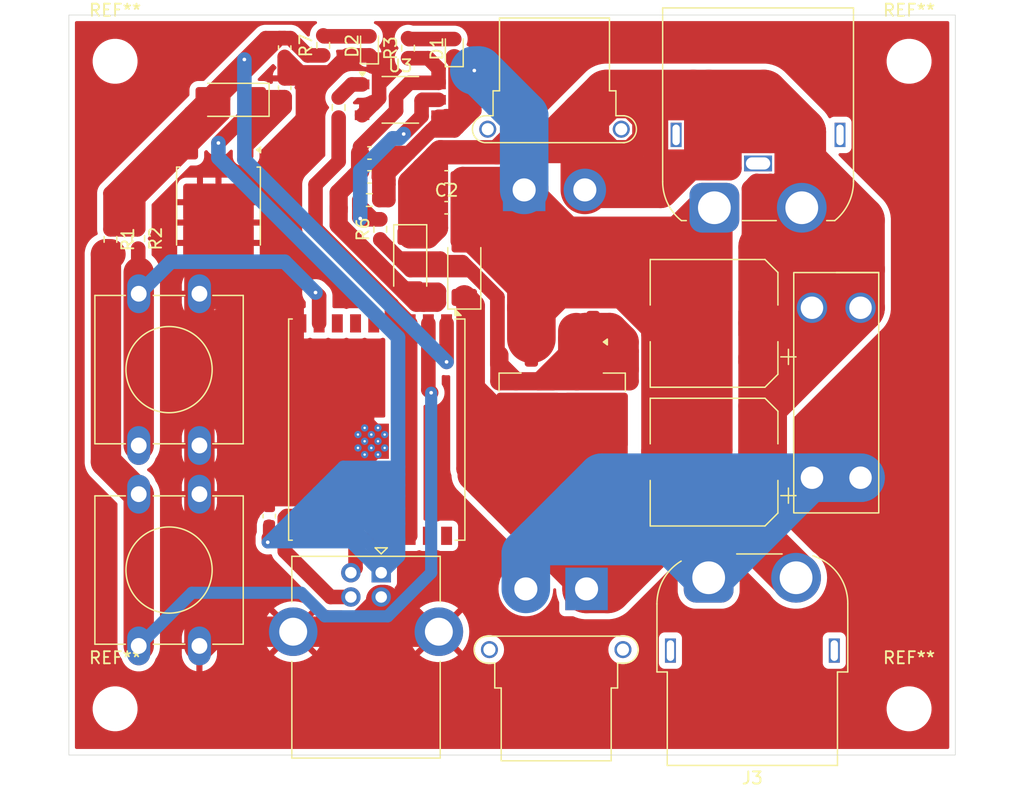
<source format=kicad_pcb>
(kicad_pcb (version 20240108) (generator "pcbnew") (generator_version "8.0")
  (layers (0 "F.Cu" signal) (31 "B.Cu" signal) (34 "B.Paste" user) (35 "F.Paste" user) (36 "B.SilkS" user "B.Silkscreen") (37 "F.SilkS" user "F.Silkscreen") (38 "B.Mask" user) (39 "F.Mask" user) (44 "Edge.Cuts" user))
  (net 0 "")
  (net 1 "GND1")
  (net 2 "+24V")
  (net 3 "+12V")
  (net 4 "GND")
  (net 5 "+5V")
  (net 6 "+3.3V")
  (net 7 "Net-(D1-A)")
  (net 8 "Net-(D2-A)")
  (net 9 "-1")
  (net 10 "USB-")
  (net 11 "USB+")
  (net 12 "+1")
  (net 13 "Net-(U1-EN)")
  (net 14 "Net-(U1-IO9)")
  (net 15 "Ps1")
  (net 16 "Net-(R4-Pad1)")
  (net 17 "Net-(R5-Pad1)")
  (net 26 "Net-(Q2-G)")
  (footprint "Capacitor_SMD:C_0603_1608Metric" (layer "F.Cu") (at 148.59 66.04)
    (property "Reference" "C1" (hide yes))
    (property "Value" "47u" (hide yes))
  )
  (footprint "Package_SO:MFSOP6-5_4.4x3.6mm_P1.27mm" (layer "F.Cu") (at 144.78 59.69)
    (property "Reference" "U3")
    (property "Value" "TLP152")
  )
  (footprint "Resistor_SMD:R_0603_1608Metric" (layer "F.Cu") (at 120.904 71.184 -90)
    (property "Reference" "R1")
    (property "Value" "10K")
  )
  (footprint "Connector_AMASS:AMASS_XT30PW-F_1x02_P2.50mm_Horizontal" (layer "F.Cu") (at 160.12 99.98 180)
    (property "Reference" "J4" (hide yes))
    (property "Value" "XT30" (hide yes))
  )
  (footprint "Capacitor_SMD:C_0603_1608Metric" (layer "F.Cu") (at 133.985 93.98 90)
    (property "Reference" "C4" (hide yes))
    (property "Value" "47u")
  )
  (footprint "Capacitor_SMD:C_0603_1608Metric" (layer "F.Cu") (at 135.255 58.7 90)
    (property "Reference" "C6" (hide yes))
    (property "Value" "0.1u")
  )
  (footprint "LED_SMD:LED_0603_1608Metric" (layer "F.Cu") (at 149.225 55.4725 90)
    (property "Reference" "D1")
    (property "Value" "LED")
  )
  (footprint "Capacitor_SMD:C_0603_1608Metric" (layer "F.Cu") (at 148.59 68.58)
    (property "Reference" "C2")
    (property "Value" "0.1u" (hide yes))
  )
  (footprint "Package_TO_SOT_SMD:TO-263-2" (layer "F.Cu") (at 158.115 87.025 -90)
    (property "Reference" "Q2" (hide yes))
    (property "Value" "Q_NMOS_GDS" (hide yes))
  )
  (footprint "Button_Switch_THT:SW_PUSH-12mm" (layer "F.Cu") (at 128.23 92.175 -90)
    (property "Reference" "SW3" (hide yes))
    (property "Value" "SW_Omron_B3FS" (hide yes))
  )
  (footprint "Connector_USB:USB_B_Lumberg_2411_02_Horizontal" (layer "F.Cu") (at 143.205 98.645 -90)
    (property "Reference" "J1" (hide yes))
    (property "Value" "USB_B" (hide yes))
  )
  (footprint "MountingHole:MountingHole_3.2mm_M3" (layer "F.Cu") (at 186.69 109.855)
    (property "Reference" "REF**")
    (property "Value" "MountingHole_3.2mm_M3")
  )
  (footprint "Capacitor_SMD:CP_Elec_10x10" (layer "F.Cu") (at 170.625 89.535 180)
    (property "Reference" "C8" (hide yes))
    (property "Value" "330u" (hide yes))
  )
  (footprint "Resistor_SMD:R_0603_1608Metric" (layer "F.Cu") (at 142.227 67.945)
    (property "Reference" "R5" (hide yes))
    (property "Value" "1K" (hide yes))
  )
  (footprint "Resistor_SMD:R_0603_1608Metric" (layer "F.Cu") (at 139.7 60.325 -90)
    (property "Reference" "R4" (hide yes))
    (property "Value" "100")
  )
  (footprint "Package_TO_SOT_SMD:TO-252-2" (layer "F.Cu") (at 129.8 68.54 -90)
    (property "Reference" "U4" (hide yes))
    (property "Value" "LP2950-3.3_TO252")
  )
  (footprint "LED_SMD:LED_0603_1608Metric" (layer "F.Cu") (at 142.24 55.245 90)
    (property "Reference" "D2")
    (property "Value" "LED")
  )
  (footprint "MountingHole:MountingHole_3.2mm_M3" (layer "F.Cu") (at 186.69 56.515)
    (property "Reference" "REF**")
    (property "Value" "MountingHole_3.2mm_M3")
  )
  (footprint "MountingHole:MountingHole_3.2mm_M3" (layer "F.Cu") (at 121.285 56.515)
    (property "Reference" "REF**")
    (property "Value" "MountingHole_3.2mm_M3")
  )
  (footprint "Capacitor_SMD:C_0603_1608Metric" (layer "F.Cu") (at 142.24 64.071)
    (property "Reference" "C3" (hide yes))
    (property "Value" "0.1u")
  )
  (footprint "RF_Module:ESP32-C3-WROOM-02U" (layer "F.Cu") (at 142.59 86.855 -90)
    (property "Reference" "U1" (hide yes))
    (property "Value" "ESP32-C3-WROOM-02U" (hide yes))
  )
  (footprint "Capacitor_SMD:C_0603_1608Metric" (layer "F.Cu") (at 135.255 55.385 -90)
    (property "Reference" "C7" (hide yes))
    (property "Value" "0.1u" (hide yes))
  )
  (footprint "Resistor_SMD:R_0603_1608Metric" (layer "F.Cu") (at 143.129 70.358 90)
    (property "Reference" "R6")
    (property "Value" "10")
  )
  (footprint "Library:XS-506A" (layer "F.Cu") (at 184.19 83.42 -90)
    (property "Reference" "U5" (hide yes))
    (property "Value" "~" (hide yes))
  )
  (footprint "Diode_SMD:D_SOD-128" (layer "F.Cu") (at 145.595 73.14 -90)
    (property "Reference" "D4" (hide yes))
    (property "Value" "D" (hide yes))
  )
  (footprint "Diode_SMD:D_SOD-128" (layer "F.Cu") (at 130.81 59.69 180)
    (property "Reference" "D5" (hide yes))
    (property "Value" "D" (hide yes))
  )
  (footprint "Capacitor_SMD:CP_Elec_10x10" (layer "F.Cu") (at 170.625 78.105 180)
    (property "Reference" "C9" (hide yes))
    (property "Value" "330u" (hide yes))
  )
  (footprint "MountingHole:MountingHole_3.2mm_M3" (layer "F.Cu") (at 121.285 109.855)
    (property "Reference" "REF**")
    (property "Value" "MountingHole_3.2mm_M3")
  )
  (footprint "Capacitor_SMD:C_0603_1608Metric" (layer "F.Cu") (at 142.24 66.04)
    (property "Reference" "C5" (hide yes))
    (property "Value" "0.1u")
  )
  (footprint "Resistor_SMD:R_0603_1608Metric" (layer "F.Cu") (at 123.19 71.12 -90)
    (property "Reference" "R2")
    (property "Value" "10K" (hide yes))
  )
  (footprint "Button_Switch_THT:SW_PUSH-12mm" (layer "F.Cu") (at 128.23 75.665 -90)
    (property "Reference" "SW1" (hide yes))
    (property "Value" "SW_Omron_B3FS" (hide yes))
  )
  (footprint "Connector_AMASS:AMASS_XT30PW-F_1x02_P2.50mm_Horizontal" (layer "F.Cu") (at 154.98 67.11)
    (property "Reference" "J5" (hide yes))
    (property "Value" "XT30" (hide yes))
  )
  (footprint "Resistor_SMD:R_0603_1608Metric" (layer "F.Cu") (at 138.43 55.2075 90)
    (property "Reference" "R7")
    (property "Value" "550")
  )
  (footprint "Connector_AMASS:AMASS_XT60PW-F_1x02_P7.20mm_Horizontal" (layer "F.Cu") (at 170.18 99.06 180)
    (property "Reference" "J3")
    (property "Value" "XT60" (hide yes))
  )
  (footprint "Resistor_SMD:R_0603_1608Metric" (layer "F.Cu") (at 145.415 55.435 90)
    (property "Reference" "R3")
    (property "Value" "1K")
  )
  (footprint "Connector_AMASS:AMASS_XT60IPW-M_1x03_P7.20mm_Horizontal" (layer "F.Cu") (at 170.65 68.58)
    (property "Reference" "J2" (hide yes))
    (property "Value" "XT60in" (hide yes))
  )
  (footprint "Diode_SMD:D_SOD-128" (layer "F.Cu") (at 150.05 73.765 90)
    (property "Reference" "D3" (hide yes))
    (property "Value" "D" (hide yes))
  )
  (gr_rect (start 117.475 52.705) (end 190.5 113.665) (stroke (width 0.05)) (fill none) (layer "Edge.Cuts"))
  (segment (start 150.876 60.579) (end 149.48 61.975) (width 1.2) (layer "F.Cu") (net 1))
  (segment (start 154.98 67.11) (end 153.305875 68.784125) (width 4) (layer "F.Cu") (net 1))
  (segment (start 143.015 66.04) (end 143.015 64.071) (width 1.2) (layer "F.Cu") (net 1))
  (segment (start 151.444125 68.784125) (end 154.98 72.32) (width 2) (layer "F.Cu") (net 1))
  (segment (start 143.795 66.675) (end 143.795 65.749416) (width 1.2) (layer "F.Cu") (net 1))
  (segment (start 155.575 79.375) (end 155.575 76.835) (width 4) (layer "F.Cu") (net 1))
  (segment (start 149.245 62.21) (end 147.334416 62.21) (width 1.2) (layer "F.Cu") (net 1))
  (segment (start 155.575 72.915) (end 155.575 76.76825) (width 4) (layer "F.Cu") (net 1))
  (segment (start 154.98 67.11) (end 154.98 72.32) (width 4) (layer "F.Cu") (net 1))
  (segment (start 143.795 67.945) (end 143.795 66.675) (width 1.2) (layer "F.Cu") (net 1))
  (segment (start 149.915 66.21) (end 154.08 66.21) (width 2) (layer "F.Cu") (net 1))
  (segment (start 150.368 56.769) (end 150.368 60.152) (width 1.2) (layer "F.Cu") (net 1))
  (segment (start 157.535 74.875) (end 163.395 74.875) (width 4) (layer "F.Cu") (net 1))
  (segment (start 148.509899 61.09) (end 147.93 61.09) (width 1.2) (layer "F.Cu") (net 1))
  (segment (start 149.48 61.04) (end 148.559899 61.04) (width 1.2) (layer "F.Cu") (net 1))
  (segment (start 170.18 89.01) (end 169.28241 89.01) (width 3) (layer "F.Cu") (net 1))
  (segment (start 155.575 76.76825) (end 155.575 76.194416) (width 2) (layer "F.Cu") (net 1))
  (segment (start 143.795 65.749416) (end 144.459708 65.084708) (width 1.2) (layer "F.Cu") (net 1))
  (segment (start 143.51 66.034416) (end 143.504416 66.04) (width 1.2) (layer "F.Cu") (net 1))
  (segment (start 166.625 78.105) (end 166.625 72.605) (width 4) (layer "F.Cu") (net 1))
  (segment (start 155.575 76.194416) (end 150.942292 71.561708) (width 2) (layer "F.Cu") (net 1))
  (segment (start 149.915 71.265) (end 149.915 66.21) (width 2) (layer "F.Cu") (net 1))
  (segment (start 154.98 67.11) (end 154.98 68.049697) (width 4) (layer "F.Cu") (net 1))
  (segment (start 145.473416 64.071) (end 146.999708 62.544708) (width 1.2) (layer "F.Cu") (net 1))
  (segment (start 169.00741 89.285) (end 166.625 89.285) (width 3) (layer "F.Cu") (net 1))
  (segment (start 150.368 56.769) (end 150.876 57.277) (width 1.2) (layer "F.Cu") (net 1))
  (segment (start 166.625 78.105) (end 166.625 88.785) (width 4) (layer "F.Cu") (net 1))
  (segment (start 149.48 56.515) (end 149.48 61.04) (width 1.5) (layer "F.Cu") (net 1))
  (segment (start 150.942292 71.561708) (end 150.645584 71.265) (width 2) (layer "F.Cu") (net 1))
  (segment (start 143.015 64.071) (end 143.51 64.071) (width 1.2) (layer "F.Cu") (net 1))
  (segment (start 143.052 67.945) (end 143.795 67.945) (width 1.2) (layer "F.Cu") (net 1))
  (segment (start 143.51 64.071) (end 145.473416 64.071) (width 1.2) (layer "F.Cu") (net 1))
  (segment (start 150.368 60.152) (end 149.48 61.04) (width 1.2) (layer "F.Cu") (net 1))
  (segment (start 147.93 61.614416) (end 147.93 61.09) (width 1.2) (layer "F.Cu") (net 1))
  (segment (start 163.395 74.875) (end 166.625 78.105) (width 4) (layer "F.Cu") (net 1))
  (segment (start 170.65 88.54) (end 170.18 89.01) (width 3) (layer "F.Cu") (net 1))
  (segment (start 149.225 56.26) (end 149.48 56.515) (width 1.5) (layer "F.Cu") (net 1))
  (segment (start 146.999708 62.544708) (end 147.93 61.614416) (width 1.2) (layer "F.Cu") (net 1))
  (segment (start 154.221708 71.561708) (end 150.942292 71.561708) (width 2) (layer "F.Cu") (net 1))
  (segment (start 154.98 72.32) (end 157.535 74.875) (width 4) (layer "F.Cu") (net 1))
  (segment (start 150.876 57.277) (end 150.876 60.579) (width 1.2) (layer "F.Cu") (net 1))
  (segment (start 153.305875 68.784125) (end 150.915 68.784125) (width 4) (layer "F.Cu") (net 1))
  (segment (start 148.559899 61.04) (end 148.509899 61.09) (width 1.2) (layer "F.Cu") (net 1))
  (segment (start 147.334416 62.21) (end 146.999708 62.544708) (width 1.2) (layer "F.Cu") (net 1))
  (segment (start 143.052 66.077) (end 143.015 66.04) (width 1.2) (layer "F.Cu") (net 1))
  (segment (start 143.51 64.071) (end 143.51 66.034416) (width 1.2) (layer "F.Cu") (net 1))
  (segment (start 149.859 56.26) (end 150.368 56.769) (width 1.2) (layer "F.Cu") (net 1))
  (segment (start 167.92 71.31) (end 168.51 70.72) (width 4) (layer "F.Cu") (net 1))
  (segment (start 144.459708 65.084708) (end 143.504416 66.04) (width 1.2) (layer "F.Cu") (net 1))
  (segment (start 170.65 68.58) (end 170.65 88.54) (width 3) (layer "F.Cu") (net 1))
  (segment (start 149.225 56.26) (end 149.859 56.26) (width 1.2) (layer "F.Cu") (net 1))
  (segment (start 154.98 72.32) (end 154.221708 71.561708) (width 2) (layer "F.Cu") (net 1))
  (segment (start 154.08 66.21) (end 154.98 67.11) (width 2) (layer "F.Cu") (net 1))
  (segment (start 169.28241 89.01) (end 169.00741 89.285) (width 3) (layer "F.Cu") (net 1))
  (segment (start 155.575 76.835) (end 157.535 74.875) (width 4) (layer "F.Cu") (net 1))
  (segment (start 150.645584 71.265) (end 149.915 71.265) (width 2) (layer "F.Cu") (net 1))
  (segment (start 143.504416 66.04) (end 143.015 66.04) (width 1.2) (layer "F.Cu") (net 1))
  (segment (start 169.00741 89.285) (end 167.92 88.19759) (width 3) (layer "F.Cu") (net 1))
  (segment (start 166.625 72.605) (end 168.51 70.72) (width 4) (layer "F.Cu") (net 1))
  (segment (start 158.240303 71.31) (end 167.92 71.31) (width 4) (layer "F.Cu") (net 1))
  (segment (start 150.915 68.784125) (end 151.444125 68.784125) (width 2) (layer "F.Cu") (net 1))
  (segment (start 154.98 72.32) (end 155.575 72.915) (width 4) (layer "F.Cu") (net 1))
  (segment (start 143.795 66.319416) (end 143.51 66.034416) (width 1.2) (layer "F.Cu") (net 1))
  (segment (start 168.51 70.72) (end 170.65 68.58) (width 4) (layer "F.Cu") (net 1))
  (segment (start 167.92 88.19759) (end 167.92 71.31) (width 3) (layer "F.Cu") (net 1))
  (segment (start 154.98 68.049697) (end 158.240303 71.31) (width 4) (layer "F.Cu") (net 1))
  (segment (start 143.052 67.945) (end 143.052 66.077) (width 1.2) (layer "F.Cu") (net 1))
  (segment (start 149.48 61.04) (end 149.48 61.975) (width 1.2) (layer "F.Cu") (net 1))
  (segment (start 145.473416 64.071) (end 144.459708 65.084708) (width 1.2) (layer "F.Cu") (net 1))
  (segment (start 149.48 61.975) (end 149.245 62.21) (width 1.2) (layer "F.Cu") (net 1))
  (segment (start 143.795 66.675) (end 143.795 66.319416) (width 1.2) (layer "F.Cu") (net 1))
  (via (at 150.876 57.277) (size 0.6) (drill 0.3) (layers "F.Cu" "B.Cu") (net 1))
  (segment (start 150.876 57.277) (end 151.24822 57.277) (width 4) (layer "B.Cu") (net 1))
  (segment (start 154.98 61.00878) (end 154.98 67.11) (width 4) (layer "B.Cu") (net 1))
  (segment (start 151.24822 57.277) (end 154.98 61.00878) (width 4) (layer "B.Cu") (net 1))
  (segment (start 176.16 63.08) (end 175.26 63.08) (width 2) (layer "F.Cu") (net 2))
  (segment (start 170.18 59.21) (end 170.18 64.83) (width 3) (layer "F.Cu") (net 2))
  (segment (start 174.135 66.53) (end 175.26 66.53) (width 1.5) (layer "F.Cu") (net 2))
  (segment (start 169.15 64.78) (end 166.37 64.78) (width 2) (layer "F.Cu") (net 2))
  (segment (start 178.675 70.485) (end 177.85 70.485) (width 4) (layer "F.Cu") (net 2))
  (segment (start 178.69 76.82) (end 181.85 73.66) (width 4) (layer "F.Cu") (net 2))
  (segment (start 164.88 61.322994) (end 162.767006 59.21) (width 2) (layer "F.Cu") (net 2))
  (segment (start 159.98 63.5) (end 160.49 64.01) (width 2) (layer "F.Cu") (net 2))
  (segment (start 181.85 73.66) (end 182.69 73.66) (width 4) (layer "F.Cu") (net 2))
  (segment (start 182.69 76.82) (end 182.69 73.66) (width 4) (layer "F.Cu") (net 2))
  (segment (start 145.595 70.94) (end 147.02 70.94) (width 2) (layer "F.Cu") (net 2))
  (segment (start 177.85 70.485) (end 177.85 75.98) (width 4) (layer "F.Cu") (net 2))
  (segment (start 159.98 67.11) (end 159.98 63.5) (width 4) (layer "F.Cu") (net 2))
  (segment (start 153.88 62.897006) (end 158.091774 62.897006) (width 2) (layer "F.Cu") (net 2))
  (segment (start 182.69 76.82) (end 178.69 76.82) (width 4) (layer "F.Cu") (net 2))
  (segment (start 174.625 80.885) (end 174.625 81.28) (width 4) (layer "F.Cu") (net 2))
  (segment (start 174.625 84.885) (end 182.69 76.82) (width 4) (layer "F.Cu") (net 2))
  (segment (start 165.85 60.96) (end 165.85 60.38) (width 2) (layer "F.Cu") (net 2))
  (segment (start 175.26 69.215) (end 176.2375 70.1925) (width 1.5) (layer "F.Cu") (net 2))
  (segment (start 148.08 64.01) (end 147.715 64.375) (width 2) (layer "F.Cu") (net 2))
  (segment (start 159.98 67.11) (end 166.209252 67.11) (width 3) (layer "F.Cu") (net 2))
  (segment (start 152.767006 64.01) (end 152.867006 63.91) (width 2) (layer "F.Cu") (net 2))
  (segment (start 159.98 61.00878) (end 161.77878 59.21) (width 4) (layer "F.Cu") (net 2))
  (segment (start 166.209252 67.11) (end 168.039252 65.28) (width 3) (layer "F.Cu") (net 2))
  (segment (start 165.85 60.96) (end 166.43 60.38) (width 2) (layer "F.Cu") (net 2))
  (segment (start 164.88 62.897006) (end 164.88 61.322994) (width 2) (layer "F.Cu") (net 2))
  (segment (start 146.685 65.405) (end 146.685 69.215) (width 2) (layer "F.Cu") (net 2))
  (segment (start 177.85 62.33) (end 177.85 64.77) (width 4) (layer "F.Cu") (net 2))
  (segment (start 182.69 73.66) (end 182.69 69.61) (width 4) (layer "F.Cu") (net 2))
  (segment (start 178.69 76.82) (end 174.625 80.885) (width 4) (layer "F.Cu") (net 2))
  (segment (start 165.85 64.26) (end 165.85 60.96) (width 2) (layer "F.Cu") (net 2))
  (segment (start 176.2375 70.1925) (end 177.85 68.58) (width 4) (layer "F.Cu") (net 2))
  (segment (start 173.99 66.675) (end 173.99 67.945) (width 1.5) (layer "F.Cu") (net 2))
  (segment (start 176.35 63.27) (end 176.35 66.04) (width 1.5) (layer "F.Cu") (net 2))
  (segment (start 167.02 59.21) (end 167.98 59.21) (width 2) (layer "F.Cu") (net 2))
  (segment (start 161.76 65.33) (end 159.98 67.11) (width 2) (layer "F.Cu") (net 2))
  (segment (start 159.98 63.5) (end 159.98 61.00878) (width 4) (layer "F.Cu") (net 2))
  (segment (start 166.37 64.78) (end 165.85 64.26) (width 2) (layer "F.Cu") (net 2))
  (segment (start 177.85 64.77) (end 177.85 68.58) (width 4) (layer "F.Cu") (net 2))
  (segment (start 152.767006 64.01) (end 148.08 64.01) (width 2) (layer "F.Cu") (net 2))
  (segment (start 152.767006 64.01) (end 153.88 62.897006) (width 2) (layer "F.Cu") (net 2))
  (segment (start 159.98 61.00878) (end 158.091774 62.897006) (width 4) (layer "F.Cu") (net 2))
  (segment (start 159.57 63.91) (end 159.98 63.5) (width 2) (layer "F.Cu") (net 2))
  (segment (start 162.767006 59.21) (end 161.77878 59.21) (width 2) (layer "F.Cu") (net 2))
  (segment (start 175.26 66.53) (end 175.26 69.215) (width 1.5) (layer "F.Cu") (net 2))
  (segment (start 169.15 60.38) (end 169.15 64.78) (width 2) (layer "F.Cu") (net 2))
  (segment (start 181.85 73.66) (end 178.675 70.485) (width 4) (layer "F.Cu") (net 2))
  (segment (start 174.625 71.805) (end 176.2375 70.1925) (width 4) (layer "F.Cu") (net 2))
  (segment (start 163.767006 64.01) (end 162.192994 64.01) (width 2) (layer "F.Cu") (net 2))
  (segment (start 171.9 63.08) (end 171.9 65.33) (width 2) (layer "F.Cu") (net 2))
  (segment (start 146.685 65.405) (end 148.08 64.01) (width 2) (layer "F.Cu") (net 2))
  (segment (start 174.625 71.805) (end 173.65 70.83) (width 1.5) (layer "F.Cu") (net 2))
  (segment (start 170.18 59.21) (end 174.73 59.21) (width 4) (layer "F.Cu") (net 2))
  (segment (start 159.98 61.797006) (end 159.98 61.00878) (width 2) (layer "F.Cu") (net 2))
  (segment (start 145.595 70.94) (end 145.595 66.495) (width 2) (layer "F.Cu") (net 2))
  (segment (start 160.49 64.01) (end 163.767006 64.01) (width 2) (layer "F.Cu") (net 2))
  (segment (start 171.9 65.33) (end 161.76 65.33) (width 2) (layer "F.Cu") (net 2))
  (segment (start 147.715 64.375) (end 147.715 70.245) (width 2) (layer "F.Cu") (net 2))
  (segment (start 173.65 67.015) (end 174.135 66.53) (width 1.5) (layer "F.Cu") (net 2))
  (segment (start 177.6 62.58) (end 171.9 62.58) (width 3) (layer "F.Cu") (net 2))
  (segment (start 168.91 59.21) (end 170.18 59.21) (width 4) (layer "F.Cu") (net 2))
  (segment (start 177.85 68.58) (end 177.85 62.33) (width 4) (layer "F.Cu") (net 2))
  (segment (start 182.69 69.61) (end 177.85 64.77) (width 4) (layer "F.Cu") (net 2))
  (segment (start 147.02 70.94) (end 147.715 70.245) (width 2) (layer "F.Cu") (net 2))
  (segment (start 177.85 64.77) (end 176.16 63.08) (width 2) (layer "F.Cu") (net 2))
  (segment (start 177.85 64.77) (end 177.85 70.485) (width 4) (layer "F.Cu") (net 2))
  (segment (start 175.86 66.53) (end 176.35 66.04) (width 1.5) (layer "F.Cu") (net 2))
  (segment (start 173.99 67.945) (end 176.2375 70.1925) (width 1.5) (layer "F.Cu") (net 2))
  (segment (start 174.625 89.535) (end 174.625 84.885) (width 4) (layer "F.Cu") (net 2))
  (segment (start 175.26 66.53) (end 175.86 66.53) (width 1.5) (layer "F.Cu") (net 2))
  (segment (start 161.77878 59.21) (end 168.91 59.21) (width 4) (layer "F.Cu") (net 2))
  (segment (start 152.867006 63.91) (end 159.57 63.91) (width 2) (layer "F.Cu") (net 2))
  (segment (start 177.85 75.98) (end 178.69 76.82) (width 4) (layer "F.Cu") (net 2))
  (segment (start 174.73 59.21) (end 177.85 62.33) (width 4) (layer "F.Cu") (net 2))
  (segment (start 167.98 59.21) (end 169.15 60.38) (width 2) (layer "F.Cu") (net 2))
  (segment (start 163.767006 64.01) (end 164.88 62.897006) (width 2) (layer "F.Cu") (net 2))
  (segment (start 177.6 62.08) (end 177.6 63.08) (width 4) (layer "F.Cu") (net 2))
  (segment (start 176.35 66.04) (end 176.35 69.62) (width 1.5) (layer "F.Cu") (net 2))
  (segment (start 177.85 62.33) (end 177.6 62.08) (width 4) (layer "F.Cu") (net 2))
  (segment (start 174.135 66.53) (end 173.99 66.675) (width 1.5) (layer "F.Cu") (net 2))
  (segment (start 174.625 78.105) (end 174.625 81.28) (width 4) (layer "F.Cu") (net 2))
  (segment (start 174.625 78.105) (end 174.625 71.805) (width 4) (layer "F.Cu") (net 2))
  (segment (start 145.595 66.495) (end 146.685 65.405) (width 2) (layer "F.Cu") (net 2))
  (segment (start 176.16 63.08) (end 176.35 63.27) (width 1.5) (layer "F.Cu") (net 2))
  (segment (start 174.625 81.28) (end 174.625 89.535) (width 4) (layer "F.Cu") (net 2))
  (segment (start 177.85 62.33) (end 177.6 62.58) (width 3) (layer "F.Cu") (net 2))
  (segment (start 168.91 59.21) (end 167.02 59.21) (width 2) (layer "F.Cu") (net 2))
  (segment (start 175.26 63.08) (end 171.9 63.08) (width 2) (layer "F.Cu") (net 2))
  (segment (start 166.43 60.38) (end 169.15 60.38) (width 2) (layer "F.Cu") (net 2))
  (segment (start 173.65 70.83) (end 173.65 67.015) (width 1.5) (layer "F.Cu") (net 2))
  (segment (start 146.685 69.215) (end 147.715 70.245) (width 2) (layer "F.Cu") (net 2))
  (segment (start 162.192994 64.01) (end 159.98 61.797006) (width 2) (layer "F.Cu") (net 2))
  (segment (start 139.7 69.99482) (end 143.75509 74.04991) (width 1.5) (layer "F.Cu") (net 3))
  (segment (start 147.955 76.405) (end 147.805 76.555) (width 1.2) (layer "F.Cu") (net 3))
  (segment (start 147.93 57.125) (end 147.93 58.29) (width 1.2) (layer "F.Cu") (net 3))
  (segment (start 147.013 76.38) (end 147.955 75.438) (width 1.2) (layer "F.Cu") (net 3))
  (segment (start 147.065 56.26) (end 147.93 57.125) (width 1.2) (layer "F.Cu") (net 3))
  (segment (start 147.93 58.29) (end 145.545 58.29) (width 1.2) (layer "F.Cu") (net 3))
  (segment (start 139.7 67.355) (end 141.015 66.04) (width 1.5) (layer "F.Cu") (net 3))
  (segment (start 139.7 68.867032) (end 139.7 68.58) (width 1.5) (layer "F.Cu") (net 3))
  (segment (start 141.465 65.59) (end 141.465 64.071) (width 1.5) (layer "F.Cu") (net 3))
  (segment (start 144.43 59.405) (end 144.43 60.59) (width 1.2) (layer "F.Cu") (net 3))
  (segment (start 139.7 68.58) (end 139.7 69.445) (width 1.2) (layer "F.Cu") (net 3))
  (segment (start 143.75509 74.04991) (end 146.11018 76.405) (width 1.5) (layer "F.Cu") (net 3))
  (segment (start 145.415 56.26) (end 147.065 56.26) (width 1.2) (layer "F.Cu") (net 3))
  (segment (start 146.685 76.38) (end 147.013 76.38) (width 1.2) (layer "F.Cu") (net 3))
  (segment (start 144.43 60.59) (end 141.465 63.555) (width 1.2) (layer "F.Cu") (net 3))
  (segment (start 146.11018 76.405) (end 146.66 76.405) (width 1.5) (layer "F.Cu") (net 3))
  (segment (start 141.465 66.04) (end 141.015 66.04) (width 1.2) (layer "F.Cu") (net 3))
  (segment (start 147.955 75.438) (end 147.955 76.405) (width 1.2) (layer "F.Cu") (net 3))
  (segment (start 141.465 64.071) (end 141.465 66.04) (width 1.2) (layer "F.Cu") (net 3))
  (segment (start 146.685 76.38) (end 146.66 76.405) (width 1.5) (layer "F.Cu") (net 3))
  (segment (start 141.465 63.555) (end 141.465 64.071) (width 1.2) (layer "F.Cu") (net 3))
  (segment (start 145.545 58.29) (end 144.43 59.405) (width 1.2) (layer "F.Cu") (net 3))
  (segment (start 141.015 66.04) (end 141.465 65.59) (width 1.5) (layer "F.Cu") (net 3))
  (segment (start 145.595 75.34) (end 147.857 75.34) (width 1.2) (layer "F.Cu") (net 3))
  (segment (start 147.805 76.555) (end 146.81 76.555) (width 1.2) (layer "F.Cu") (net 3))
  (segment (start 147.857 75.34) (end 147.955 75.438) (width 1.2) (layer "F.Cu") (net 3))
  (segment (start 139.7 68.58) (end 139.7 69.99482) (width 1.5) (layer "F.Cu") (net 3))
  (segment (start 139.7 68.58) (end 139.7 67.355) (width 1.5) (layer "F.Cu") (net 3))
  (segment (start 128.23 75.665) (end 128.23 71.52) (width 2.5) (layer "F.Cu") (net 4))
  (segment (start 133.464958 91.93) (end 128.23 97.164958) (width 2.5) (layer "F.Cu") (net 4))
  (segment (start 142.39 87.815) (end 138.275 91.93) (width 2.5) (layer "F.Cu") (net 4))
  (segment (start 143.03 56.8225) (end 143.03 59.56) (width 1.2) (layer "F.Cu") (net 4))
  (segment (start 133.75 75.665) (end 131.325 73.24) (width 2.5) (layer "F.Cu") (net 4))
  (segment (start 136.5275 57.4325) (end 139.0099 57.4325) (width 1.2) (layer "F.Cu") (net 4))
  (segment (start 135.255 80.68) (end 135.255 77.17) (width 3) (layer "F.Cu") (net 4))
  (segment (start 130.81 73.755) (end 131.325 73.24) (width 2.5) (layer "F.Cu") (net 4))
  (segment (start 143.455 100.895) (end 143.205 100.895) (width 2.5) (layer "F.Cu") (net 4))
  (segment (start 137.16 57.925) (end 137.16 62.29) (width 2) (layer "F.Cu") (net 4))
  (segment (start 128.23 97.79) (end 128.23 92.175) (width 2.5) (layer "F.Cu") (net 4))
  (segment (start 130.81 75.665) (end 128.275 73.13) (width 2.5) (layer "F.Cu") (net 4))
  (segment (start 140.409899 56.0325) (end 142.24 56.0325) (width 1.2) (layer "F.Cu") (net 4))
  (segment (start 137.16 57.925) (end 138.517399 57.925) (width 1.2) (layer "F.Cu") (net 4))
  (segment (start 129.4 103.505) (end 128.23 104.675) (width 2.5) (layer "F.Cu") (net 4))
  (segment (start 135.955 103.505) (end 140.335 103.505) (width 2.5) (layer "F.Cu") (net 4))
  (segment (start 135.255 57.925) (end 137.16 57.925) (width 1.2) (layer "F.Cu") (net 4))
  (segment (start 145.415 102.855) (end 143.455 100.895) (width 2.5) (layer "F.Cu") (net 4))
  (segment (start 138.275 91.93) (end 133.464958 91.93) (width 2.5) (layer "F.Cu") (net 4))
  (segment (start 128.23 92.175) (end 128.23 88.165) (width 2.5) (layer "F.Cu") (net 4))
  (segment (start 142.39 87.815) (end 136.19 81.615) (width 2.5) (layer "F.Cu") (net 4))
  (segment (start 130.81 75.665) (end 133.75 75.665) (width 2.5) (layer "F.Cu") (net 4))
  (segment (start 145.415 103.505) (end 147.955 103.505) (width 2.5) (layer "F.Cu") (net 4))
  (segment (start 137.16 62.29) (end 131.325 68.125) (width 2) (layer "F.Cu") (net 4))
  (segment (start 139.0099 57.4325) (end 139.8137 56.6287) (width 1.2) (layer "F.Cu") (net 4))
  (segment (start 128.275 73.13) (end 128.275 71.475) (width 2.5) (layer "F.Cu") (net 4))
  (segment (start 140.335 103.505) (end 145.415 103.505) (width 2.5) (layer "F.Cu") (net 4))
  (segment (start 128.23 88.165) (end 128.23 75.665) (width 2.5) (layer "F.Cu") (net 4))
  (segment (start 138.517399 57.925) (end 139.8137 56.6287) (width 1.2) (layer "F.Cu") (net 4))
  (segment (start 131.325 73.24) (end 131.325 71.475) (width 2.5) (layer "F.Cu") (net 4))
  (segment (start 140.335 103.505) (end 141.026981 103.505) (width 2.5) (layer "F.Cu") (net 4))
  (segment (start 142.24 56.0325) (end 143.03 56.8225) (width 1.2) (layer "F.Cu") (net 4))
  (segment (start 128.23 104.675) (end 128.23 97.79) (width 2.5) (layer "F.Cu") (net 4))
  (segment (start 139.8137 56.6287) (end 140.409899 56.0325) (width 1.2) (layer "F.Cu") (net 4))
  (segment (start 143.03 59.56) (end 141.63 60.96) (width 1.2) (layer "F.Cu") (net 4))
  (segment (start 145.415 103.505) (end 145.415 102.855) (width 2.5) (layer "F.Cu") (net 4))
  (segment (start 136.19 81.615) (end 135.255 80.68) (width 3) (layer "F.Cu") (net 4))
  (segment (start 128.23 71.52) (end 128.275 71.475) (width 2.5) (layer "F.Cu") (net 4))
  (segment (start 130.81 75.665) (end 130.81 73.755) (width 2.5) (layer "F.Cu") (net 4))
  (segment (start 135.255 56.16) (end 136.5275 57.4325) (width 1.2) (layer "F.Cu") (net 4))
  (segment (start 135.255 56.16) (end 135.255 57.925) (width 1.2) (layer "F.Cu") (net 4))
  (segment (start 128.23 75.665) (end 130.81 75.665) (width 2.5) (layer "F.Cu") (net 4))
  (segment (start 135.255 77.17) (end 133.75 75.665) (width 3) (layer "F.Cu") (net 4))
  (segment (start 135.955 103.505) (end 129.4 103.505) (width 2.5) (layer "F.Cu") (net 4))
  (segment (start 141.026981 103.505) (end 143.205 101.326981) (width 2.5) (layer "F.Cu") (net 4))
  (segment (start 128.23 97.164958) (end 128.23 97.79) (width 2.5) (layer "F.Cu") (net 4))
  (segment (start 143.205 101.326981) (end 143.205 100.895) (width 2.5) (layer "F.Cu") (net 4))
  (segment (start 133.96 95.656) (end 133.96 94.755) (width 1) (layer "F.Cu") (net 5))
  (segment (start 133.01 59.69) (end 132.08 60.62) (width 1.2) (layer "F.Cu") (net 5))
  (segment (start 132.08 60.96) (end 129.794 63.246) (width 1.2) (layer "F.Cu") (net 5))
  (segment (start 132.08 62.23) (end 132.08 63.5) (width 1.2) (layer "F.Cu") (net 5))
  (segment (start 135.255 59.475) (end 134.835 59.475) (width 1.2) (layer "F.Cu") (net 5))
  (segment (start 133.858 96.139) (end 133.858 95.758) (width 1) (layer "F.Cu") (net 5))
  (segment (start 132.08 63.5) (end 135.255 60.325) (width 1.2) (layer "F.Cu") (net 5))
  (segment (start 135.255 59.475) (end 133.225 59.475) (width 1.2) (layer "F.Cu") (net 5))
  (segment (start 133.858 95.758) (end 133.96 95.656) (width 1) (layer "F.Cu") (net 5))
  (segment (start 134.835 59.475) (end 132.08 62.23) (width 1.2) (layer "F.Cu") (net 5))
  (segment (start 133.225 59.475) (end 133.01 59.69) (width 1.2) (layer "F.Cu") (net 5))
  (segment (start 132.08 60.62) (end 132.08 62.23) (width 1.2) (layer "F.Cu") (net 5))
  (segment (start 135.255 60.325) (end 135.255 59.475) (width 1.2) (layer "F.Cu") (net 5))
  (segment (start 132.08 60.919899) (end 132.08 60.96) (width 1.2) (layer "F.Cu") (net 5))
  (segment (start 132.08 60.62) (end 132.08 60.919899) (width 1.2) (layer "F.Cu") (net 5))
  (via (at 129.794 63.246) (size 0.6) (drill 0.3) (layers "F.Cu" "B.Cu") (net 5))
  (via (at 133.858 96.139) (size 0.6) (drill 0.3) (layers "F.Cu" "B.Cu") (net 5))
  (segment (start 142.422 97.862) (end 142.498 97.938) (width 1) (layer "B.Cu") (net 5))
  (segment (start 134.747 95.25) (end 133.858 96.139) (width 1) (layer "B.Cu") (net 5))
  (segment (start 137.287 92.837) (end 142.812 92.837) (width 1) (layer "B.Cu") (net 5))
  (segment (start 143.637 91.44) (end 143.701 91.44) (width 1) (layer "B.Cu") (net 5))
  (segment (start 137.9855 92.0115) (end 137.2235 92.7735) (width 1) (layer "B.Cu") (net 5))
  (segment (start 143.637 91.44) (end 138.557 91.44) (width 1) (layer "B.Cu") (net 5))
  (segment (start 129.794 64.463898) (end 144.59 79.259898) (width 1.2) (layer "B.Cu") (net 5))
  (segment (start 138.557 91.44) (end 137.9855 92.0115) (width 1) (layer "B.Cu") (net 5))
  (segment (start 139.446 90.551) (end 140.081 89.916) (width 1) (layer "B.Cu") (net 5))
  (segment (start 142.498 97.938) (end 143.912 97.938) (width 1) (layer "B.Cu") (net 5))
  (segment (start 137.2235 92.7735) (end 136.3345 93.6625) (width 1) (layer "B.Cu") (net 5))
  (segment (start 142.422 97.862) (end 143.205 98.645) (width 1) (layer "B.Cu") (net 5))
  (segment (start 143.701 91.44) (end 144.59 92.329) (width 1) (layer "B.Cu") (net 5))
  (segment (start 141.986 96.012) (end 143.3195 97.3455) (width 1) (layer "B.Cu") (net 5))
  (segment (start 141.66 97.1) (end 142.422 97.862) (width 1) (layer "B.Cu") (net 5))
  (segment (start 137.9855 92.0115) (end 143.2565 92.0115) (width 1) (layer "B.Cu") (net 5))
  (segment (start 136.3345 93.6625) (end 142.3675 93.6625) (width 1) (layer "B.Cu") (net 5))
  (segment (start 140.699 96.139) (end 141.859 96.139) (width 1) (layer "B.Cu") (net 5))
  (segment (start 143.2565 92.0115) (end 144.59 93.345) (width 1) (layer "B.Cu") (net 5))
  (segment (start 138.557 91.44) (end 139.446 90.551) (width 1) (layer "B.Cu") (net 5))
  (segment (start 141.9055 97.3455) (end 143.3195 97.3455) (width 1) (layer "B.Cu") (net 5))
  (segment (start 136.3345 93.6625) (end 135.8265 94.1705) (width 1) (layer "B.Cu") (net 5))
  (segment (start 140.081 89.916) (end 144.59 89.916) (width 1) (layer "B.Cu") (net 5))
  (segment (start 144.59 79.259898) (end 144.59 89.916) (width 1.2) (layer "B.Cu") (net 5))
  (segment (start 144.59 93.345) (end 144.59 94.615) (width 1.2) (layer "B.Cu") (net 5))
  (segment (start 144.59 89.916) (end 144.59 90.551) (width 1.2) (layer "B.Cu") (net 5))
  (segment (start 142.3675 93.6625) (end 144.59 95.885) (width 1) (layer "B.Cu") (net 5))
  (segment (start 142.812 92.837) (end 144.59 94.615) (width 1) (layer "B.Cu") (net 5))
  (segment (start 137.2235 92.7735) (end 137.287 92.837) (width 1) (layer "B.Cu") (net 5))
  (segment (start 140.699 96.139) (end 141.66 97.1) (width 1) (layer "B.Cu") (net 5))
  (segment (start 144.59 97.26) (end 144.59 97.219) (width 1) (layer "B.Cu") (net 5))
  (segment (start 144.59 92.329) (end 144.59 93.345) (width 1.2) (layer "B.Cu") (net 5))
  (segment (start 143.3195 97.3455) (end 143.912 97.938) (width 1) (layer "B.Cu") (net 5))
  (segment (start 135.8265 94.1705) (end 134.747 95.25) (width 1) (layer "B.Cu") (net 5))
  (segment (start 133.858 96.139) (end 140.699 96.139) (width 1) (layer "B.Cu") (net 5))
  (segment (start 136.271 94.615) (end 135.8265 94.1705) (width 1) (layer "B.Cu") (net 5))
  (segment (start 144.59 97.26) (end 143.912 97.938) (width 1.2) (layer "B.Cu") (net 5))
  (segment (start 141.986 94.615) (end 136.271 94.615) (width 1) (layer "B.Cu") (net 5))
  (segment (start 144.59 91.44) (end 144.59 92.329) (width 1.2) (layer "B.Cu") (net 5))
  (segment (start 144.59 95.885) (end 144.59 97.26) (width 1.2) (layer "B.Cu") (net 5))
  (segment (start 141.66 97.1) (end 141.9055 97.3455) (width 1) (layer "B.Cu") (net 5))
  (segment (start 143.912 97.938) (end 143.205 98.645) (width 1.2) (layer "B.Cu") (net 5))
  (segment (start 144.59 90.551) (end 144.59 91.44) (width 1.2) (layer "B.Cu") (net 5))
  (segment (start 141.859 96.139) (end 141.986 96.012) (width 1) (layer "B.Cu") (net 5))
  (segment (start 139.446 90.551) (end 144.59 90.551) (width 1) (layer "B.Cu") (net 5))
  (segment (start 129.794 63.246) (end 129.794 64.463898) (width 1.2) (layer "B.Cu") (net 5))
  (segment (start 141.224 95.25) (end 141.986 96.012) (width 1) (layer "B.Cu") (net 5))
  (segment (start 134.747 95.25) (end 141.224 95.25) (width 1) (layer "B.Cu") (net 5))
  (segment (start 144.59 97.219) (end 141.986 94.615) (width 1) (layer "B.Cu") (net 5))
  (segment (start 144.59 91.44) (end 143.637 91.44) (width 1) (layer "B.Cu") (net 5))
  (segment (start 144.59 94.615) (end 144.59 95.885) (width 1.2) (layer "B.Cu") (net 5))
  (segment (start 122.354 67.396) (end 122.354 69.587) (width 1.2) (layer "F.Cu") (net 6))
  (segment (start 121.92 70.359) (end 123.126 70.359) (width 1.2) (layer "F.Cu") (net 6))
  (segment (start 135.73 54.61) (end 137.1525 56.0325) (width 1.2) (layer "F.Cu") (net 6))
  (segment (start 120.904 70.359) (end 120.904 67.396) (width 1.2) (layer "F.Cu") (net 6))
  (segment (start 135.255 54.61) (end 135.73 54.61) (width 1.2) (layer "F.Cu") (net 6))
  (segment (start 123.126 70.359) (end 123.19 70.295) (width 1.2) (layer "F.Cu") (net 6))
  (segment (start 137.1525 56.0325) (end 138.43 56.0325) (width 1.2) (layer "F.Cu") (net 6))
  (segment (start 122.354 69.587) (end 123.126 70.359) (width 1.2) (layer "F.Cu") (net 6))
  (segment (start 127.52 62.23) (end 122.354 67.396) (width 1.2) (layer "F.Cu") (net 6))
  (segment (start 130.175 60.845) (end 130.175 59.260102) (width 1.2) (layer "F.Cu") (net 6))
  (segment (start 127.52 62.23) (end 127.52 60.78) (width 1.2) (layer "F.Cu") (net 6))
  (segment (start 121.92 67.83) (end 122.354 67.396) (width 1.2) (layer "F.Cu") (net 6))
  (segment (start 123.19 70.295) (end 123.19 67.83) (width 1.2) (layer "F.Cu") (net 6))
  (segment (start 130.175 59.260102) (end 134.825102 54.61) (width 1.2) (layer "F.Cu") (net 6))
  (segment (start 120.904 67.396) (end 127.52 60.78) (width 1.2) (layer "F.Cu") (net 6))
  (segment (start 120.904 70.359) (end 121.92 70.359) (width 1.2) (layer "F.Cu") (net 6))
  (segment (start 130.175 59.575) (end 127.52 62.23) (width 1.2) (layer "F.Cu") (net 6))
  (segment (start 131.9325 56.3675) (end 128.61 59.69) (width 1.2) (layer "F.Cu") (net 6))
  (segment (start 121.92 70.359) (end 121.92 67.83) (width 1.2) (layer "F.Cu") (net 6))
  (segment (start 127.52 60.78) (end 128.61 59.69) (width 1.2) (layer "F.Cu") (net 6))
  (segment (start 130.175 59.260102) (end 130.175 59.575) (width 1.2) (layer "F.Cu") (net 6))
  (segment (start 133.69 54.61) (end 131.9325 56.3675) (width 1.2) (layer "F.Cu") (net 6))
  (segment (start 123.19 67.83) (end 127.52 63.5) (width 1.2) (layer "F.Cu") (net 6))
  (segment (start 122.354 67.396) (end 120.904 67.396) (width 1.2) (layer "F.Cu") (net 6))
  (segment (start 127.52 63.5) (end 130.175 60.845) (width 1.2) (layer "F.Cu") (net 6))
  (segment (start 135.255 54.61) (end 133.69 54.61) (width 1.2) (layer "F.Cu") (net 6))
  (segment (start 127.52 63.5) (end 127.52 62.23) (width 1.2) (layer "F.Cu") (net 6))
  (segment (start 134.825102 54.61) (end 135.255 54.61) (width 1.2) (layer "F.Cu") (net 6))
  (segment (start 148.59 78.105) (end 148.59 81.28) (width 1.2) (layer "F.Cu") (net 6))
  (via (at 131.9325 56.3675) (size 0.6) (drill 0.3) (layers "F.Cu" "B.Cu") (net 6))
  (via (at 148.59 81.28) (size 0.6) (drill 0.3) (layers "F.Cu" "B.Cu") (net 6))
  (segment (start 131.9325 64.6225) (end 131.9325 56.3675) (width 1.2) (layer "B.Cu") (net 6))
  (segment (start 148.59 81.28) (end 131.9325 64.6225) (width 1.2) (layer "B.Cu") (net 6))
  (segment (start 149.225 54.685) (end 145.49 54.685) (width 1.2) (layer "F.Cu") (net 7))
  (segment (start 145.49 54.685) (end 145.415 54.61) (width 1.2) (layer "F.Cu") (net 7))
  (segment (start 142.24 54.4575) (end 138.505 54.4575) (width 1.2) (layer "F.Cu") (net 8))
  (segment (start 138.505 54.4575) (end 138.43 54.3825) (width 1.2) (layer "F.Cu") (net 8))
  (segment (start 152.395642 88.777358) (end 151.765 89.408) (width 2) (layer "F.Cu") (net 9))
  (segment (start 167.005 94.81) (end 161.04 94.81) (width 4) (layer "F.Cu") (net 9))
  (segment (start 154.305 91.985) (end 155.34 90.95) (width 2.5) (layer "F.Cu") (net 9))
  (segment (start 171.03 92.71) (end 170.815 92.71) (width 4) (layer "F.Cu") (net 9))
  (segment (start 155.292 95.152) (end 152.879 92.739) (width 2.5) (layer "F.Cu") (net 9))
  (segment (start 150.39 76.305) (end 150.39 90.065) (width 2) (layer "F.Cu") (net 9))
  (segment (start 155.292 95.152) (end 154.305 94.165) (width 2.5) (layer "F.Cu") (net 9))
  (segment (start 151.633642 84.332358) (end 151.633642 91.317358) (width 2) (layer "F.Cu") (net 9))
  (segment (start 151.765 91.625) (end 152.879 92.739) (width 2) (layer "F.Cu") (net 9))
  (segment (start 150.05 75.965) (end 150.75 76.665) (width 2) (layer "F.Cu") (net 9))
  (segment (start 151.5455 91.4055) (end 150.749 90.609) (width 2.5) (layer "F.Cu") (net 9))
  (segment (start 153.401284 86.1) (end 155.34 86.1) (width 2) (layer "F.Cu") (net 9))
  (segment (start 173.13 94.81) (end 167.005 94.81) (width 4) (layer "F.Cu") (net 9))
  (segment (start 167.005 94.81) (end 164.75 94.81) (width 4) (layer "F.Cu") (net 9))
  (segment (start 162.925 92.985) (end 160.89 90.95) (width 4) (layer "F.Cu") (net 9))
  (segment (start 150.749 90.609) (end 150.749 90.424) (width 2.5) (layer "F.Cu") (net 9))
  (segment (start 160.12 99.98) (end 161.835 99.98) (width 4) (layer "F.Cu") (net 9))
  (segment (start 160.12 99.98) (end 160.12 95.73) (width 4) (layer "F.Cu") (net 9))
  (segment (start 150.39 90.065) (end 150.749 90.424) (width 2) (layer "F.Cu") (net 9))
  (segment (start 151.633642 84.332358) (end 152.395642 85.094358) (width 2) (layer "F.Cu") (net 9))
  (segment (start 151.633642 91.317358) (end 151.5455 91.4055) (width 2) (layer "F.Cu") (net 9))
  (segment (start 152.879 92.739) (end 151.5455 91.4055) (width 2.5) (layer "F.Cu") (net 9))
  (segment (start 164.75 94.81) (end 160.89 90.95) (width 4) (layer "F.Cu") (net 9))
  (segment (start 160.12 99.98) (end 155.292 95.152) (width 2.5) (layer "F.Cu") (net 9))
  (segment (start 177.38 99.06) (end 173.13 94.81) (width 4) (layer "F.Cu") (net 9))
  (segment (start 170.815 92.71) (end 170.54 92.985) (width 4) (layer "F.Cu") (net 9))
  (segment (start 150.75 83.448716) (end 151.633642 84.332358) (width 2) (layer "F.Cu") (net 9))
  (segment (start 173.13 94.81) (end 171.03 92.71) (width 4) (layer "F.Cu") (net 9))
  (segment (start 151.765 89.408) (end 150.749 90.424) (width 2) (layer "F.Cu") (net 9))
  (segment (start 161.04 94.81) (end 160.12 95.73) (width 4) (layer "F.Cu") (net 9))
  (segment (start 152.395642 85.094358) (end 153.401284 86.1) (width 2) (layer "F.Cu") (net 9))
  (segment (start 152.395642 85.094358) (end 152.395642 88.777358) (width 2) (layer "F.Cu") (net 9))
  (segment (start 161.835 99.98) (end 167.005 94.81) (width 4) (layer "F.Cu") (net 9))
  (segment (start 150.05 75.965) (end 150.39 76.305) (width 2) (layer "F.Cu") (net 9))
  (segment (start 150.75 76.665) (end 150.75 83.448716) (width 2) (layer "F.Cu") (net 9))
  (segment (start 170.54 92.985) (end 162.925 92.985) (width 4) (layer "F.Cu") (net 9))
  (segment (start 154.305 94.165) (end 154.305 91.985) (width 2.5) (layer "F.Cu") (net 9))
  (segment (start 160.12 95.73) (end 155.34 90.95) (width 4) (layer "F.Cu") (net 9))
  (segment (start 151.765 89.408) (end 151.765 91.625) (width 2) (layer "F.Cu") (net 9))
  (segment (start 141.09 95.605) (end 141.09 98.26) (width 1.2) (layer "F.Cu") (net 10))
  (segment (start 141.09 98.26) (end 140.705 98.645) (width 1.2) (layer "F.Cu") (net 10))
  (segment (start 135.415 93.98) (end 135.26 94.135) (width 1.2) (layer "F.Cu") (net 11))
  (segment (start 142.59 95.605) (end 142.59 94.305) (width 1.2) (layer "F.Cu") (net 11))
  (segment (start 142.265 93.98) (end 135.415 93.98) (width 1.2) (layer "F.Cu") (net 11))
  (segment (start 139.034696 100.645) (end 140.705 100.645) (width 1.2) (layer "F.Cu") (net 11))
  (segment (start 135.26 94.135) (end 135.26 96.870304) (width 1.2) (layer "F.Cu") (net 11))
  (segment (start 142.59 94.305) (end 142.265 93.98) (width 1.2) (layer "F.Cu") (net 11))
  (segment (start 135.26 96.870304) (end 139.034696 100.645) (width 1.2) (layer "F.Cu") (net 11))
  (segment (start 159.4375 92.7625) (end 155.12 97.08) (width 4) (layer "B.Cu") (net 12))
  (segment (start 161.38 90.82) (end 159.4375 92.7625) (width 4) (layer "B.Cu") (net 12))
  (segment (start 175.26 93.98) (end 170.18 99.06) (width 4) (layer "B.Cu") (net 12))
  (segment (start 167.15 96.03) (end 170.18 99.06) (width 4) (layer "B.Cu") (net 12))
  (segment (start 182.69 90.82) (end 178.42 90.82) (width 4) (layer "B.Cu") (net 12))
  (segment (start 155.12 97.08) (end 156.17 96.03) (width 4) (layer "B.Cu") (net 12))
  (segment (start 155.12 99.98) (end 155.12 97.08) (width 4) (layer "B.Cu") (net 12))
  (segment (start 182.69 90.82) (end 178.69 90.82) (width 4) (layer "B.Cu") (net 12))
  (segment (start 170.18 99.06) (end 170.18 93.98) (width 4) (layer "B.Cu") (net 12))
  (segment (start 156.17 96.03) (end 167.15 96.03) (width 4) (layer "B.Cu") (net 12))
  (segment (start 170.18 93.98) (end 175.26 93.98) (width 4) (layer "B.Cu") (net 12))
  (segment (start 178.69 90.82) (end 161.38 90.82) (width 4) (layer "B.Cu") (net 12))
  (segment (start 160.655 93.98) (end 170.18 93.98) (width 4) (layer "B.Cu") (net 12))
  (segment (start 178.42 90.82) (end 175.26 93.98) (width 4) (layer "B.Cu") (net 12))
  (segment (start 159.4375 92.7625) (end 160.655 93.98) (width 4) (layer "B.Cu") (net 12))
  (segment (start 120.53 89.509113) (end 120.53 72.409) (width 2.5) (layer "F.Cu") (net 13))
  (segment (start 147.09 83.59) (end 147.32 83.82) (width 1.2) (layer "F.Cu") (net 13))
  (segment (start 123.195887 92.175) (end 120.53 89.509113) (width 2.5) (layer "F.Cu") (net 13))
  (segment (start 120.53 72.409) (end 120.904 72.409) (width 2.5) (layer "F.Cu") (net 13))
  (segment (start 123.23 104.675) (end 123.23 92.175) (width 2.5) (layer "F.Cu") (net 13))
  (segment (start 123.23 92.175) (end 123.195887 92.175) (width 2.5) (layer "F.Cu") (net 13))
  (segment (start 147.09 78.105) (end 147.09 83.59) (width 1.2) (layer "F.Cu") (net 13))
  (via (at 147.32 83.82) (size 0.6) (drill 0.3) (layers "F.Cu" "B.Cu") (net 13))
  (segment (start 138.557 102.235) (end 136.621874 100.299874) (width 1) (layer "B.Cu") (net 13))
  (segment (start 136.621874 100.299874) (end 127.605126 100.299874) (width 1) (layer "B.Cu") (net 13))
  (segment (start 147.32 83.82) (end 147.32 98.651321) (width 1) (layer "B.Cu") (net 13))
  (segment (start 143.736321 102.235) (end 138.557 102.235) (width 1) (layer "B.Cu") (net 13))
  (segment (start 127.605126 100.299874) (end 123.23 104.675) (width 1) (layer "B.Cu") (net 13))
  (segment (start 147.32 98.651321) (end 143.736321 102.235) (width 1) (layer "B.Cu") (net 13))
  (segment (start 123.19 73.861377) (end 123.23 73.901377) (width 1.2) (layer "F.Cu") (net 14))
  (segment (start 138.09 75.86) (end 137.795 75.565) (width 1.2) (layer "F.Cu") (net 14))
  (segment (start 123.19 71.945) (end 123.19 73.861377) (width 1.2) (layer "F.Cu") (net 14))
  (segment (start 123.23 75.665) (end 123.23 73.901377) (width 2.5) (layer "F.Cu") (net 14))
  (segment (start 138.09 78.105) (end 138.09 75.86) (width 1.2) (layer "F.Cu") (net 14))
  (segment (start 123.23 75.665) (end 123.23 88.165) (width 2.5) (layer "F.Cu") (net 14))
  (via (at 137.795 75.565) (size 0.6) (drill 0.3) (layers "F.Cu" "B.Cu") (net 14))
  (segment (start 125.87 73.025) (end 123.23 75.665) (width 1.2) (layer "B.Cu") (net 14))
  (segment (start 137.795 75.565) (end 135.255 73.025) (width 1.2) (layer "B.Cu") (net 14))
  (segment (start 135.255 73.025) (end 125.87 73.025) (width 1.2) (layer "B.Cu") (net 14))
  (segment (start 144.09 76.605) (end 145.59 78.105) (width 1.2) (layer "F.Cu") (net 15))
  (segment (start 144.09 78.105) (end 145.59 78.105) (width 1.2) (layer "F.Cu") (net 15))
  (segment (start 144.09 76.576852) (end 144.09 76.605) (width 1.2) (layer "F.Cu") (net 15))
  (segment (start 144.09 76.576852) (end 137.795 70.281852) (width 1.2) (layer "F.Cu") (net 15))
  (segment (start 137.795 70.281852) (end 137.795 66.675) (width 1.2) (layer "F.Cu") (net 15))
  (segment (start 144.64 78.655) (end 144.09 78.105) (width 1.2) (layer "F.Cu") (net 15))
  (segment (start 144.09 95.605) (end 145.59 95.605) (width 1.2) (layer "F.Cu") (net 15))
  (segment (start 145.59 78.105) (end 145.59 95.605) (width 1.2) (layer "F.Cu") (net 15))
  (segment (start 137.795 66.675) (end 139.7 64.77) (width 1.2) (layer "F.Cu") (net 15))
  (segment (start 144.09 78.105) (end 144.09 76.576852) (width 1.2) (layer "F.Cu") (net 15))
  (segment (start 139.7 64.77) (end 139.7 61.15) (width 1.2) (layer "F.Cu") (net 15))
  (segment (start 144.64 95.055) (end 144.64 78.655) (width 1.2) (layer "F.Cu") (net 15))
  (segment (start 144.09 95.605) (end 144.64 95.055) (width 1.2) (layer "F.Cu") (net 15))
  (segment (start 141.63 58.42) (end 140.78 58.42) (width 1.2) (layer "F.Cu") (net 16))
  (segment (start 140.78 58.42) (end 139.7 59.5) (width 1.2) (layer "F.Cu") (net 16))
  (segment (start 141.402 68.377) (end 142.558 69.533) (width 1.2) (layer "F.Cu") (net 17))
  (segment (start 141.402 67.945) (end 141.402 69.393) (width 1.2) (layer "F.Cu") (net 17))
  (segment (start 146.6 59.69) (end 147.93 59.69) (width 1.2) (layer "F.Cu") (net 17))
  (segment (start 146.53 61.034518) (end 146.53 59.76) (width 1.2) (layer "F.Cu") (net 17))
  (segment (start 141.542 69.533) (end 141.478 69.469) (width 1.2) (layer "F.Cu") (net 17))
  (segment (start 146.53 59.76) (end 146.6 59.69) (width 1.2) (layer "F.Cu") (net 17))
  (segment (start 143.129 69.533) (end 141.542 69.533) (width 1.2) (layer "F.Cu") (net 17))
  (segment (start 141.402 69.393) (end 141.478 69.469) (width 1.2) (layer "F.Cu") (net 17))
  (segment (start 141.402 68.377) (end 141.402 67.945) (width 1.2) (layer "F.Cu") (net 17))
  (segment (start 142.558 69.533) (end 143.129 69.533) (width 1.2) (layer "F.Cu") (net 17))
  (segment (start 145.057259 62.507259) (end 146.53 61.034518) (width 1.2) (layer "F.Cu") (net 17))
  (via (at 145.057259 62.507259) (size 0.6) (drill 0.3) (layers "F.Cu" "B.Cu") (net 17))
  (via (at 141.478 69.469) (size 0.6) (drill 0.3) (layers "F.Cu" "B.Cu") (net 17))
  (segment (start 141.478 69.469) (end 141.478 65.532) (width 1.2) (layer "B.Cu") (net 17))
  (segment (start 141.478 65.532) (end 144.145 62.865) (width 1.2) (layer "B.Cu") (net 17))
  (segment (start 144.699518 62.865) (end 145.057259 62.507259) (width 1.2) (layer "B.Cu") (net 17))
  (segment (start 144.145 62.865) (end 144.699518 62.865) (width 1.2) (layer "B.Cu") (net 17))
  (segment (start 148.082 72.771) (end 144.684148 72.771) (width 1.2) (layer "F.Cu") (net 26))
  (segment (start 143.129 71.215852) (end 143.129 71.183) (width 1.2) (layer "F.Cu") (net 26))
  (segment (start 152.775 80.546) (end 152.775 75.94) (width 1.2) (layer "F.Cu") (net 26))
  (segment (start 152.775 75.948148) (end 152.775 81.345) (width 1.2) (layer "F.Cu") (net 26))
  (segment (start 156.21 82.875) (end 159.32241 82.875) (width 1.5) (layer "F.Cu") (net 26))
  (segment (start 159.275 79.375) (end 159.275 78.74) (width 3) (layer "F.Cu") (net 26))
  (segment (start 159.32241 82.875) (end 160.28241 81.915) (width 1.5) (layer "F.Cu") (net 26))
  (segment (start 159.275 79.84693) (end 159.275 79.375) (width 1.5) (layer "F.Cu") (net 26))
  (segment (start 163.675 80.38759) (end 162.925 79.63759) (width 1.5) (layer "F.Cu") (net 26))
  (segment (start 160.02 78.74) (end 162.02741 78.74) (width 3) (layer "F.Cu") (net 26))
  (segment (start 162.925 81.915) (end 160.28241 81.915) (width 3) (layer "F.Cu") (net 26))
  (segment (start 152.934 82.875) (end 156.21 82.875) (width 1.5) (layer "F.Cu") (net 26))
  (segment (start 163.675 82.875) (end 163.675 80.38759) (width 1.5) (layer "F.Cu") (net 26))
  (segment (start 157.30759 82.875) (end 159.275 80.90759) (width 1.5) (layer "F.Cu") (net 26))
  (segment (start 152.775 81.345) (end 154.305 82.875) (width 1.2) (layer "F.Cu") (net 26))
  (segment (start 156.21 82.875) (end 157.30759 82.875) (width 1.5) (layer "F.Cu") (net 26))
  (segment (start 148.376 73.065) (end 148.082 72.771) (width 1.2) (layer "F.Cu") (net 26))
  (segment (start 149.9 73.065) (end 148.376 73.065) (width 1.2) (layer "F.Cu") (net 26))
  (segment (start 152.934 80.705) (end 152.934 81.504) (width 1.5) (layer "F.Cu") (net 26))
  (segment (start 160.28241 81.915) (end 159.275 80.90759) (width 3) (layer "F.Cu") (net 26))
  (segment (start 159.275 80.90759) (end 159.275 79.375) (width 3) (layer "F.Cu") (net 26))
  (segment (start 152.775 75.94) (end 149.9 73.065) (width 1.2) (layer "F.Cu") (net 26))
  (segment (start 145.613106 73.715894) (end 150.542746 73.715894) (width 1.2) (layer "F.Cu") (net 26))
  (segment (start 156.24693 82.875) (end 159.275 79.84693) (width 1.5) (layer "F.Cu") (net 26))
  (segment (start 159.32241 82.875) (end 163.675 82.875) (width 1.5) (layer "F.Cu") (net 26))
  (segment (start 150.542746 73.715894) (end 152.775 75.948148) (width 1.2) (layer "F.Cu") (net 26))
  (segment (start 144.684148 72.771) (end 144.684148 72.786936) (width 1.2) (layer "F.Cu") (net 26))
  (segment (start 152.934 81.504) (end 154.305 82.875) (width 1.5) (layer "F.Cu") (net 26))
  (segment (start 162.925 79.63759) (end 162.925 81.915) (width 3) (layer "F.Cu") (net 26))
  (segment (start 152.934 80.705) (end 152.934 82.875) (width 1.5) (layer "F.Cu") (net 26))
  (segment (start 144.684148 72.786936) (end 145.613106 73.715894) (width 1.2) (layer "F.Cu") (net 26))
  (segment (start 162.02741 78.74) (end 162.925 79.63759) (width 3) (layer "F.Cu") (net 26))
  (segment (start 144.684148 72.771) (end 143.129 71.215852) (width 1.2) (layer "F.Cu") (net 26))
  (segment (start 152.934 80.705) (end 152.775 80.546) (width 1.2) (layer "F.Cu") (net 26))
  (segment (start 156.21 82.875) (end 156.24693 82.875) (width 1.5) (layer "F.Cu") (net 26))
  (segment (start 160.02 78.74) (end 160.655 79.375) (width 3) (layer "F.Cu") (net 26))
  (zone (net 4) (net_name "GND") (layer "F.Cu") (priority 2) (connect_pads (clearance 0.5)) (min_thickness 0.25) (fill yes (thermal_gap 0.5) (thermal_bridge_width 0.5))
    (polygon (pts (xy 117.475 52.705) (xy 190.5 52.705) (xy 190.5 113.665) (xy 117.475 113.665)))
  )
)
</source>
